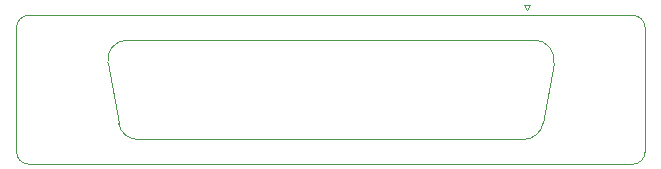
<source format=gbr>
%TF.GenerationSoftware,KiCad,Pcbnew,(6.0.2)*%
%TF.CreationDate,2022-10-22T16:21:59-05:00*%
%TF.ProjectId,REF1451,52454631-3435-4312-9e6b-696361645f70,rev?*%
%TF.SameCoordinates,Original*%
%TF.FileFunction,Legend,Bot*%
%TF.FilePolarity,Positive*%
%FSLAX46Y46*%
G04 Gerber Fmt 4.6, Leading zero omitted, Abs format (unit mm)*
G04 Created by KiCad (PCBNEW (6.0.2)) date 2022-10-22 16:21:59*
%MOMM*%
%LPD*%
G01*
G04 APERTURE LIST*
%ADD10C,0.120000*%
G04 APERTURE END LIST*
D10*
%TO.C,J1*%
X163619000Y-80599362D02*
X163119000Y-80599362D01*
X172299000Y-81493700D02*
X121199000Y-81493700D01*
X120139000Y-82553700D02*
X120139000Y-93053700D01*
X127882530Y-85541956D02*
X128781798Y-90641956D01*
X163369000Y-81032375D02*
X163619000Y-80599362D01*
X121199000Y-94113700D02*
X172299000Y-94113700D01*
X163081421Y-92013700D02*
X130416579Y-92013700D01*
X173359000Y-93053700D02*
X173359000Y-82553700D01*
X163119000Y-80599362D02*
X163369000Y-81032375D01*
X163980689Y-83593700D02*
X129517311Y-83593700D01*
X165615470Y-85541956D02*
X164716202Y-90641956D01*
X129517311Y-83593700D02*
G75*
G03*
X127882530Y-85541956I-1J-1659999D01*
G01*
X173359000Y-82553700D02*
G75*
G03*
X172299000Y-81493700I-1060001J-1D01*
G01*
X121199000Y-81493700D02*
G75*
G03*
X120139000Y-82553700I1J-1060001D01*
G01*
X163081421Y-92013700D02*
G75*
G03*
X164716202Y-90641956I1J1659999D01*
G01*
X120139000Y-93053700D02*
G75*
G03*
X121199000Y-94113700I1060001J1D01*
G01*
X128781798Y-90641956D02*
G75*
G03*
X130416579Y-92013700I1634780J288255D01*
G01*
X172299000Y-94113700D02*
G75*
G03*
X173359000Y-93053700I-1J1060001D01*
G01*
X165615470Y-85541956D02*
G75*
G03*
X163980689Y-83593700I-1634780J288257D01*
G01*
%TD*%
M02*

</source>
